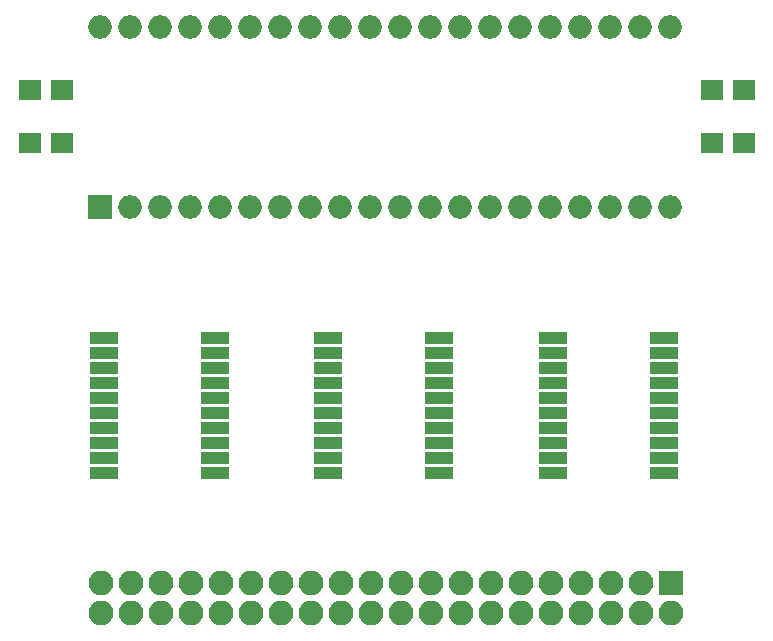
<source format=gbr>
G04 #@! TF.FileFunction,Soldermask,Top*
%FSLAX46Y46*%
G04 Gerber Fmt 4.6, Leading zero omitted, Abs format (unit mm)*
G04 Created by KiCad (PCBNEW 4.0.7) date 03/01/18 16:16:53*
%MOMM*%
%LPD*%
G01*
G04 APERTURE LIST*
%ADD10C,0.100000*%
%ADD11R,2.000000X2.000000*%
%ADD12O,2.000000X2.000000*%
%ADD13R,2.100000X2.100000*%
%ADD14O,2.100000X2.100000*%
%ADD15R,2.350000X1.000000*%
%ADD16R,1.900000X1.700000*%
G04 APERTURE END LIST*
D10*
D11*
X101092000Y-81026000D03*
D12*
X149352000Y-65786000D03*
X103632000Y-81026000D03*
X146812000Y-65786000D03*
X106172000Y-81026000D03*
X144272000Y-65786000D03*
X108712000Y-81026000D03*
X141732000Y-65786000D03*
X111252000Y-81026000D03*
X139192000Y-65786000D03*
X113792000Y-81026000D03*
X136652000Y-65786000D03*
X116332000Y-81026000D03*
X134112000Y-65786000D03*
X118872000Y-81026000D03*
X131572000Y-65786000D03*
X121412000Y-81026000D03*
X129032000Y-65786000D03*
X123952000Y-81026000D03*
X126492000Y-65786000D03*
X126492000Y-81026000D03*
X123952000Y-65786000D03*
X129032000Y-81026000D03*
X121412000Y-65786000D03*
X131572000Y-81026000D03*
X118872000Y-65786000D03*
X134112000Y-81026000D03*
X116332000Y-65786000D03*
X136652000Y-81026000D03*
X113792000Y-65786000D03*
X139192000Y-81026000D03*
X111252000Y-65786000D03*
X141732000Y-81026000D03*
X108712000Y-65786000D03*
X144272000Y-81026000D03*
X106172000Y-65786000D03*
X146812000Y-81026000D03*
X103632000Y-65786000D03*
X149352000Y-81026000D03*
X101092000Y-65786000D03*
D13*
X149454000Y-112878000D03*
D14*
X149454000Y-115418000D03*
X146914000Y-112878000D03*
X146914000Y-115418000D03*
X144374000Y-112878000D03*
X144374000Y-115418000D03*
X141834000Y-112878000D03*
X141834000Y-115418000D03*
X139294000Y-112878000D03*
X139294000Y-115418000D03*
X136754000Y-112878000D03*
X136754000Y-115418000D03*
X134214000Y-112878000D03*
X134214000Y-115418000D03*
X131674000Y-112878000D03*
X131674000Y-115418000D03*
X129134000Y-112878000D03*
X129134000Y-115418000D03*
X126594000Y-112878000D03*
X126594000Y-115418000D03*
X124054000Y-112878000D03*
X124054000Y-115418000D03*
X121514000Y-112878000D03*
X121514000Y-115418000D03*
X118974000Y-112878000D03*
X118974000Y-115418000D03*
X116434000Y-112878000D03*
X116434000Y-115418000D03*
X113894000Y-112878000D03*
X113894000Y-115418000D03*
X111354000Y-112878000D03*
X111354000Y-115418000D03*
X108814000Y-112878000D03*
X108814000Y-115418000D03*
X106274000Y-112878000D03*
X106274000Y-115418000D03*
X103734000Y-112878000D03*
X103734000Y-115418000D03*
X101194000Y-112878000D03*
X101194000Y-115418000D03*
D15*
X139445000Y-92075000D03*
X139445000Y-93345000D03*
X139445000Y-94615000D03*
X139445000Y-95885000D03*
X139445000Y-97155000D03*
X139445000Y-98425000D03*
X139445000Y-99695000D03*
X139445000Y-100965000D03*
X139445000Y-102235000D03*
X139445000Y-103505000D03*
X148845000Y-103505000D03*
X148845000Y-102235000D03*
X148845000Y-100965000D03*
X148845000Y-99695000D03*
X148845000Y-98425000D03*
X148845000Y-97155000D03*
X148845000Y-95885000D03*
X148845000Y-94615000D03*
X148845000Y-93345000D03*
X148845000Y-92075000D03*
X101472000Y-92075000D03*
X101472000Y-93345000D03*
X101472000Y-94615000D03*
X101472000Y-95885000D03*
X101472000Y-97155000D03*
X101472000Y-98425000D03*
X101472000Y-99695000D03*
X101472000Y-100965000D03*
X101472000Y-102235000D03*
X101472000Y-103505000D03*
X110872000Y-103505000D03*
X110872000Y-102235000D03*
X110872000Y-100965000D03*
X110872000Y-99695000D03*
X110872000Y-98425000D03*
X110872000Y-97155000D03*
X110872000Y-95885000D03*
X110872000Y-94615000D03*
X110872000Y-93345000D03*
X110872000Y-92075000D03*
X120395000Y-92075000D03*
X120395000Y-93345000D03*
X120395000Y-94615000D03*
X120395000Y-95885000D03*
X120395000Y-97155000D03*
X120395000Y-98425000D03*
X120395000Y-99695000D03*
X120395000Y-100965000D03*
X120395000Y-102235000D03*
X120395000Y-103505000D03*
X129795000Y-103505000D03*
X129795000Y-102235000D03*
X129795000Y-100965000D03*
X129795000Y-99695000D03*
X129795000Y-98425000D03*
X129795000Y-97155000D03*
X129795000Y-95885000D03*
X129795000Y-94615000D03*
X129795000Y-93345000D03*
X129795000Y-92075000D03*
D16*
X97870000Y-75565000D03*
X95170000Y-75565000D03*
X97870000Y-71120000D03*
X95170000Y-71120000D03*
X152955000Y-75565000D03*
X155655000Y-75565000D03*
X152955000Y-71120000D03*
X155655000Y-71120000D03*
M02*

</source>
